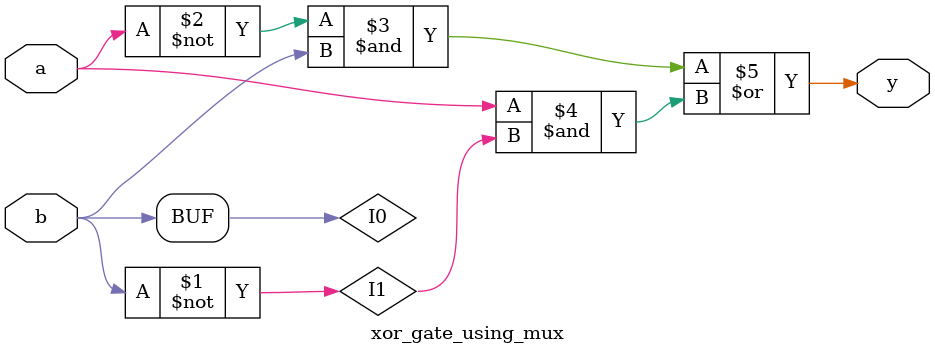
<source format=v>
module xor_gate_using_mux (
    input wire a,
    input wire b,
    output wire y
);
    wire I0; 
    wire I1;
    assign I0 = b;
    assign I1 = ~b;
  assign y = (~a & I0) | (a & I1);
endmodule

</source>
